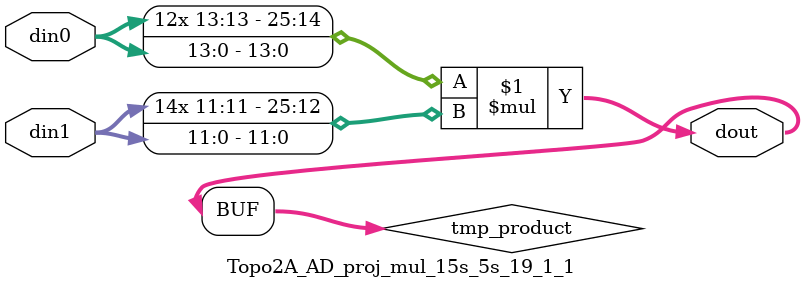
<source format=v>

`timescale 1 ns / 1 ps

 module Topo2A_AD_proj_mul_15s_5s_19_1_1(din0, din1, dout);
parameter ID = 1;
parameter NUM_STAGE = 0;
parameter din0_WIDTH = 14;
parameter din1_WIDTH = 12;
parameter dout_WIDTH = 26;

input [din0_WIDTH - 1 : 0] din0; 
input [din1_WIDTH - 1 : 0] din1; 
output [dout_WIDTH - 1 : 0] dout;

wire signed [dout_WIDTH - 1 : 0] tmp_product;



























assign tmp_product = $signed(din0) * $signed(din1);








assign dout = tmp_product;





















endmodule

</source>
